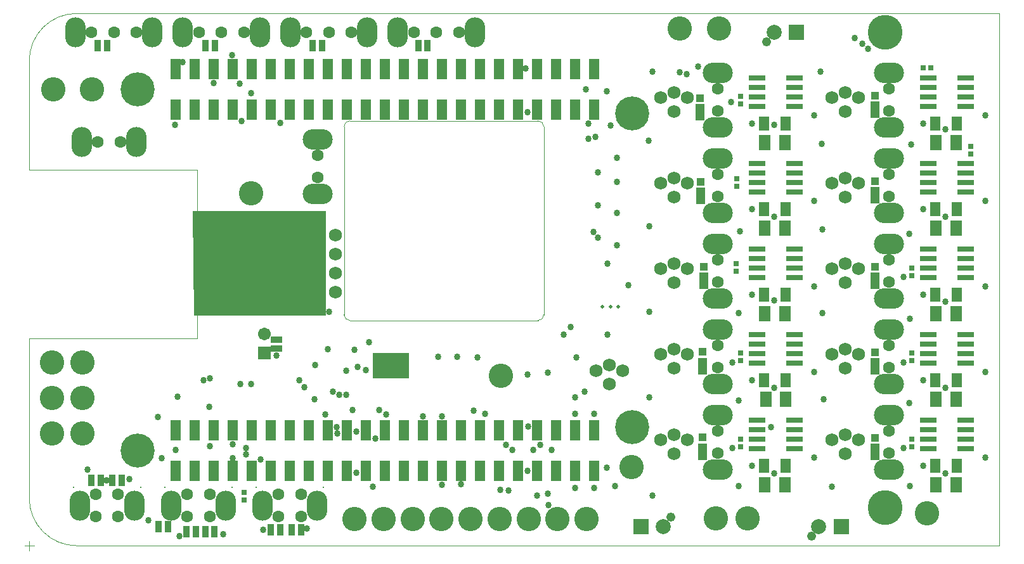
<source format=gbs>
G04 Layer_Color=16711935*
%FSLAX25Y25*%
%MOIN*%
G70*
G01*
G75*
%ADD30C,0.00100*%
%ADD67R,0.03162X0.02768*%
%ADD69R,0.08556X0.03162*%
%ADD72R,0.02768X0.03162*%
%ADD75R,0.05918X0.03359*%
%ADD77R,0.06469X0.07965*%
%ADD79R,0.05288X0.07769*%
%ADD84C,0.06300*%
%ADD85O,0.10800X0.15800*%
%ADD86C,0.00800*%
%ADD87C,0.12800*%
%ADD88C,0.07887*%
%ADD89R,0.07887X0.07887*%
%ADD90O,0.15800X0.10800*%
%ADD91C,0.06800*%
%ADD92R,0.06706X0.06706*%
%ADD93C,0.06706*%
%ADD94C,0.17900*%
%ADD95C,0.01981*%
%ADD96C,0.03400*%
%ADD97C,0.04816*%
%ADD98C,0.18300*%
%ADD99R,0.03359X0.05918*%
%ADD100R,0.05800X0.10800*%
%ADD101R,0.05131X0.08674*%
%ADD102R,0.03950X0.03950*%
G36*
X199500Y88000D02*
X180500D01*
Y101500D01*
X199500D01*
Y88000D01*
D02*
G37*
G36*
X156000Y121000D02*
X86500D01*
X86000Y176000D01*
X156000D01*
Y121000D01*
D02*
G37*
D30*
X165500Y121500D02*
G03*
X168500Y118500I3000J0D01*
G01*
X267500D02*
G03*
X270500Y121500I0J3000D01*
G01*
Y220500D02*
G03*
X267500Y223500I-3000J0D01*
G01*
X0Y25000D02*
G03*
X25000Y0I25000J0D01*
G01*
Y280000D02*
G03*
X0Y255000I0J-25000D01*
G01*
X168500Y223500D02*
G03*
X165500Y220500I0J-3000D01*
G01*
X0Y-2500D02*
Y2500D01*
X-2500Y0D02*
X2500D01*
X25000Y280000D02*
X510000D01*
X0Y25000D02*
Y109100D01*
Y197800D02*
Y255000D01*
Y109100D02*
X88300D01*
X0Y197800D02*
X88300D01*
Y109100D02*
Y197800D01*
X270500Y121500D02*
Y220500D01*
X165500Y121500D02*
Y220500D01*
X168500Y118500D02*
X267500D01*
X168500Y223500D02*
X267500D01*
X510000Y0D02*
Y280000D01*
X25000Y0D02*
X510000D01*
D67*
X473937Y251500D02*
D03*
X470000D02*
D03*
D69*
X402224Y51201D02*
D03*
Y56201D02*
D03*
Y61201D02*
D03*
Y66201D02*
D03*
X382776D02*
D03*
Y61201D02*
D03*
Y56201D02*
D03*
Y51201D02*
D03*
X492224D02*
D03*
Y56201D02*
D03*
Y61201D02*
D03*
Y66201D02*
D03*
X472776D02*
D03*
Y61201D02*
D03*
Y56201D02*
D03*
Y51201D02*
D03*
X402224Y96201D02*
D03*
Y101201D02*
D03*
Y106201D02*
D03*
Y111201D02*
D03*
X382776D02*
D03*
Y106201D02*
D03*
Y101201D02*
D03*
Y96201D02*
D03*
X492224D02*
D03*
Y101201D02*
D03*
Y106201D02*
D03*
Y111201D02*
D03*
X472776D02*
D03*
Y106201D02*
D03*
Y101201D02*
D03*
Y96201D02*
D03*
X402224Y141201D02*
D03*
Y146201D02*
D03*
Y151201D02*
D03*
Y156201D02*
D03*
X382776D02*
D03*
Y151201D02*
D03*
Y146201D02*
D03*
Y141201D02*
D03*
X492224D02*
D03*
Y146201D02*
D03*
Y151201D02*
D03*
Y156201D02*
D03*
X472776D02*
D03*
Y151201D02*
D03*
Y146201D02*
D03*
Y141201D02*
D03*
X402224Y186201D02*
D03*
Y191201D02*
D03*
Y196201D02*
D03*
Y201201D02*
D03*
X382776D02*
D03*
Y196201D02*
D03*
Y191201D02*
D03*
Y186201D02*
D03*
X492224D02*
D03*
Y191201D02*
D03*
Y196201D02*
D03*
Y201201D02*
D03*
X472776D02*
D03*
Y196201D02*
D03*
Y191201D02*
D03*
Y186201D02*
D03*
X402224Y231201D02*
D03*
Y236201D02*
D03*
Y241201D02*
D03*
Y246201D02*
D03*
X382776D02*
D03*
Y241201D02*
D03*
Y236201D02*
D03*
Y231201D02*
D03*
X492224D02*
D03*
Y236201D02*
D03*
Y241201D02*
D03*
Y246201D02*
D03*
X472776D02*
D03*
Y241201D02*
D03*
Y236201D02*
D03*
Y231201D02*
D03*
D72*
X374000Y232531D02*
D03*
Y236469D02*
D03*
X372000Y189032D02*
D03*
Y192968D02*
D03*
X464000Y55968D02*
D03*
Y52031D02*
D03*
X374000Y97531D02*
D03*
Y101469D02*
D03*
X464000Y101469D02*
D03*
Y97531D02*
D03*
X374000Y55937D02*
D03*
Y52000D02*
D03*
X371500Y144532D02*
D03*
Y148468D02*
D03*
X464000Y145968D02*
D03*
Y142032D02*
D03*
X495000Y206031D02*
D03*
Y209968D02*
D03*
X113000Y24032D02*
D03*
Y27968D02*
D03*
D75*
X130000Y108500D02*
D03*
Y103579D02*
D03*
D77*
X397260Y32000D02*
D03*
X386740D02*
D03*
X487260D02*
D03*
X476740D02*
D03*
X397760Y77000D02*
D03*
X387240D02*
D03*
X487260D02*
D03*
X476740D02*
D03*
X397260Y122000D02*
D03*
X386740D02*
D03*
X487260D02*
D03*
X476740D02*
D03*
X397260Y167000D02*
D03*
X386740D02*
D03*
X487260D02*
D03*
X476740D02*
D03*
X397260Y212000D02*
D03*
X386740D02*
D03*
X487260D02*
D03*
X476740D02*
D03*
D79*
X397669Y42201D02*
D03*
X386331D02*
D03*
X487669D02*
D03*
X476331D02*
D03*
X397669Y87201D02*
D03*
X386331D02*
D03*
X487669D02*
D03*
X476331D02*
D03*
X397669Y132201D02*
D03*
X386331D02*
D03*
X487669D02*
D03*
X476331D02*
D03*
X397669Y177201D02*
D03*
X386331D02*
D03*
X487669D02*
D03*
X476331D02*
D03*
X397669Y222201D02*
D03*
X386331D02*
D03*
X487669D02*
D03*
X476331D02*
D03*
D84*
X34950Y27106D02*
D03*
X46750D02*
D03*
Y15294D02*
D03*
X34950D02*
D03*
X452000Y240400D02*
D03*
Y228600D02*
D03*
X131100Y27106D02*
D03*
X142900D02*
D03*
Y15294D02*
D03*
X131100D02*
D03*
X151500Y205400D02*
D03*
Y193600D02*
D03*
X83000Y27106D02*
D03*
X94800D02*
D03*
Y15294D02*
D03*
X83000D02*
D03*
X36100Y212500D02*
D03*
X47900D02*
D03*
X225800Y270000D02*
D03*
X202200D02*
D03*
X214000D02*
D03*
X169300D02*
D03*
X145700D02*
D03*
X157500D02*
D03*
X112800D02*
D03*
X89200D02*
D03*
X101000D02*
D03*
X56300D02*
D03*
X32700D02*
D03*
X44500D02*
D03*
X362000Y240400D02*
D03*
Y228600D02*
D03*
X452000Y195400D02*
D03*
Y183600D02*
D03*
X362000Y195400D02*
D03*
Y183600D02*
D03*
X452000Y150400D02*
D03*
Y138600D02*
D03*
X362000Y150400D02*
D03*
Y138600D02*
D03*
X452000Y105400D02*
D03*
Y93600D02*
D03*
X362000Y105400D02*
D03*
Y93600D02*
D03*
X452000Y60400D02*
D03*
Y48600D02*
D03*
X362000Y60400D02*
D03*
Y48600D02*
D03*
D85*
X55200Y21200D02*
D03*
X26500D02*
D03*
X151350D02*
D03*
X122650D02*
D03*
X103250D02*
D03*
X74550D02*
D03*
X27650Y212500D02*
D03*
X56350D02*
D03*
X193750Y270000D02*
D03*
X234250D02*
D03*
X137250D02*
D03*
X177750D02*
D03*
X80750D02*
D03*
X121250D02*
D03*
X24250D02*
D03*
X64750D02*
D03*
D86*
X23150Y30800D02*
D03*
X58550D02*
D03*
X119300D02*
D03*
X154700D02*
D03*
X71200D02*
D03*
X106600D02*
D03*
D87*
X116500Y185500D02*
D03*
X316500Y41500D02*
D03*
X248000Y89500D02*
D03*
X28000Y96500D02*
D03*
X27800Y77650D02*
D03*
X11800D02*
D03*
X27800Y59000D02*
D03*
X11800D02*
D03*
X362500Y272000D02*
D03*
X342000D02*
D03*
X277750Y14000D02*
D03*
X262500D02*
D03*
X247250D02*
D03*
X293000D02*
D03*
X12000Y96500D02*
D03*
X186250Y14000D02*
D03*
X12500Y240000D02*
D03*
X171000Y14000D02*
D03*
X216750D02*
D03*
X232000D02*
D03*
X201500D02*
D03*
X377500Y14500D02*
D03*
X33000Y240000D02*
D03*
X361000Y14500D02*
D03*
X472000Y17000D02*
D03*
D88*
X415095Y10000D02*
D03*
X391595Y270000D02*
D03*
X333405Y10000D02*
D03*
D89*
X426905D02*
D03*
X403406Y270000D02*
D03*
X321595Y10000D02*
D03*
D90*
X452000Y248850D02*
D03*
Y220150D02*
D03*
X151500Y213850D02*
D03*
Y185150D02*
D03*
X362000Y248850D02*
D03*
Y220150D02*
D03*
X452000Y203850D02*
D03*
Y175150D02*
D03*
X362000Y203850D02*
D03*
Y175150D02*
D03*
X452000Y158850D02*
D03*
Y130150D02*
D03*
X362000Y158850D02*
D03*
Y130150D02*
D03*
X452000Y113850D02*
D03*
Y85150D02*
D03*
X362000Y113850D02*
D03*
Y85150D02*
D03*
X452000Y68850D02*
D03*
Y40150D02*
D03*
X362000Y68850D02*
D03*
Y40150D02*
D03*
D91*
X339000Y228500D02*
D03*
X346071Y235571D02*
D03*
X331929D02*
D03*
X339000Y238500D02*
D03*
X161000Y163500D02*
D03*
Y133500D02*
D03*
Y143500D02*
D03*
Y153500D02*
D03*
X305000Y85000D02*
D03*
X312071Y92071D02*
D03*
X297929D02*
D03*
X305000Y95000D02*
D03*
X429000Y238500D02*
D03*
X421929Y235571D02*
D03*
X436071D02*
D03*
X429000Y228500D02*
D03*
Y193500D02*
D03*
X421929Y190571D02*
D03*
X436071D02*
D03*
X429000Y183500D02*
D03*
X339000D02*
D03*
X346071Y190571D02*
D03*
X331929D02*
D03*
X339000Y193500D02*
D03*
X429000Y148500D02*
D03*
X421929Y145571D02*
D03*
X436071D02*
D03*
X429000Y138500D02*
D03*
X339000D02*
D03*
X346071Y145571D02*
D03*
X331929D02*
D03*
X339000Y148500D02*
D03*
X429000Y103500D02*
D03*
X421929Y100571D02*
D03*
X436071D02*
D03*
X429000Y93500D02*
D03*
Y58500D02*
D03*
X421929Y55571D02*
D03*
X436071D02*
D03*
X429000Y48500D02*
D03*
X339000D02*
D03*
X346071Y55571D02*
D03*
X331929D02*
D03*
X339000Y58500D02*
D03*
Y93500D02*
D03*
X346071Y100571D02*
D03*
X331929D02*
D03*
X339000Y103500D02*
D03*
D92*
X123500Y101500D02*
D03*
D93*
Y111500D02*
D03*
D94*
X316900Y227500D02*
D03*
X56900Y240000D02*
D03*
X316900Y62500D02*
D03*
X56900Y50000D02*
D03*
D95*
X305500Y125811D02*
D03*
X309555D02*
D03*
X301445D02*
D03*
D96*
X114000Y51500D02*
D03*
Y48000D02*
D03*
X121500Y45500D02*
D03*
X107000Y53500D02*
D03*
Y46000D02*
D03*
X79000Y5000D02*
D03*
X102000Y6000D02*
D03*
X146000Y9000D02*
D03*
X123000Y8500D02*
D03*
X62500Y13500D02*
D03*
X52500Y35000D02*
D03*
X30500Y40000D02*
D03*
X40500Y34500D02*
D03*
X296500Y165000D02*
D03*
X463000Y119500D02*
D03*
X462500Y164000D02*
D03*
X345500Y247965D02*
D03*
X342000Y249000D02*
D03*
X305500Y221000D02*
D03*
X303500Y239000D02*
D03*
X292500Y240000D02*
D03*
X463000Y31500D02*
D03*
X463500Y211000D02*
D03*
X462500Y75000D02*
D03*
X373000Y122500D02*
D03*
X373500Y165500D02*
D03*
X247500Y29500D02*
D03*
X142000Y87000D02*
D03*
X157500Y123000D02*
D03*
X239750Y69500D02*
D03*
X162000Y59000D02*
D03*
X262331Y62831D02*
D03*
X391500Y129000D02*
D03*
X481500Y219000D02*
D03*
Y173000D02*
D03*
Y128500D02*
D03*
Y83000D02*
D03*
X390000Y62500D02*
D03*
X159500Y81000D02*
D03*
X215000Y99500D02*
D03*
X391500Y173000D02*
D03*
Y221500D02*
D03*
X67500Y67740D02*
D03*
X78000Y78260D02*
D03*
X130000Y100000D02*
D03*
X94500Y73000D02*
D03*
X161500Y62500D02*
D03*
X170000Y71500D02*
D03*
X150000Y77000D02*
D03*
X274500Y50500D02*
D03*
X273000Y21500D02*
D03*
X180500Y31000D02*
D03*
X69500Y46000D02*
D03*
X327500Y249500D02*
D03*
X416000D02*
D03*
X412500Y226500D02*
D03*
X380000Y222000D02*
D03*
X369500Y96500D02*
D03*
Y51500D02*
D03*
X261000Y251000D02*
D03*
X441000Y261500D02*
D03*
X434000Y267000D02*
D03*
X438000Y264000D02*
D03*
X459500Y141500D02*
D03*
Y96500D02*
D03*
Y51500D02*
D03*
X304000Y111000D02*
D03*
Y148500D02*
D03*
X309000Y191532D02*
D03*
X309000Y158000D02*
D03*
X299000Y179000D02*
D03*
X309000Y175000D02*
D03*
X262000Y39500D02*
D03*
X144500Y83500D02*
D03*
X254000Y50500D02*
D03*
X265000D02*
D03*
X250500Y53000D02*
D03*
X268500D02*
D03*
X182000Y56500D02*
D03*
X116500Y85000D02*
D03*
X111000D02*
D03*
X95000Y88000D02*
D03*
X91500Y87000D02*
D03*
X97000Y243500D02*
D03*
X373000Y31500D02*
D03*
X76500Y221500D02*
D03*
X110500Y243000D02*
D03*
X281000Y111000D02*
D03*
X284500Y115000D02*
D03*
X292000Y81000D02*
D03*
X166500Y92000D02*
D03*
X287500Y99000D02*
D03*
X272500Y91000D02*
D03*
X111500Y223500D02*
D03*
X106500Y258000D02*
D03*
X177000Y92500D02*
D03*
X172500Y94000D02*
D03*
X391500Y38000D02*
D03*
X412500Y46500D02*
D03*
X326000Y78000D02*
D03*
X262000Y228000D02*
D03*
X80500Y254500D02*
D03*
X116500Y238000D02*
D03*
X187500Y69000D02*
D03*
X235500Y99000D02*
D03*
X225000Y99500D02*
D03*
X172000Y60000D02*
D03*
Y38500D02*
D03*
X315000Y137000D02*
D03*
X308000Y31500D02*
D03*
X391500Y83000D02*
D03*
X481500Y38000D02*
D03*
X470000Y222000D02*
D03*
X502500Y226500D02*
D03*
X76900Y50500D02*
D03*
X163000Y79500D02*
D03*
X166500D02*
D03*
X171000Y103000D02*
D03*
X95000Y52500D02*
D03*
X150209Y95169D02*
D03*
X178500Y107000D02*
D03*
X132000Y222500D02*
D03*
X287000Y78000D02*
D03*
X262000Y90000D02*
D03*
X287000Y30500D02*
D03*
X297000D02*
D03*
X286800Y69500D02*
D03*
X296800D02*
D03*
X217000Y32000D02*
D03*
X227000Y32500D02*
D03*
X217000Y68000D02*
D03*
X207000D02*
D03*
X380000Y42000D02*
D03*
X470000D02*
D03*
X502500Y46500D02*
D03*
X380000Y87000D02*
D03*
X412500Y91500D02*
D03*
X470000Y87000D02*
D03*
X502500Y91500D02*
D03*
X380000Y132000D02*
D03*
X412500Y136500D02*
D03*
X470000Y132000D02*
D03*
X502500Y136500D02*
D03*
X380000Y177000D02*
D03*
X470000D02*
D03*
X502500Y181500D02*
D03*
X299000Y162000D02*
D03*
Y196421D02*
D03*
X252000Y29000D02*
D03*
X267000Y26500D02*
D03*
X272500Y27500D02*
D03*
X373000Y76500D02*
D03*
X351500Y252000D02*
D03*
X369000Y233500D02*
D03*
X412500Y181500D02*
D03*
X233500Y71000D02*
D03*
X184000Y71500D02*
D03*
X422000Y31000D02*
D03*
X309000Y204000D02*
D03*
X294000Y222000D02*
D03*
Y214000D02*
D03*
X297500Y215000D02*
D03*
X303500Y41000D02*
D03*
X155500Y69000D02*
D03*
X157000Y103500D02*
D03*
X327500Y26500D02*
D03*
X417500Y77000D02*
D03*
X417000Y122500D02*
D03*
Y166500D02*
D03*
X416500Y211500D02*
D03*
X325500Y213000D02*
D03*
X326000Y168000D02*
D03*
Y123000D02*
D03*
D97*
X411236Y4961D02*
D03*
X387736Y264961D02*
D03*
X337264Y15039D02*
D03*
D98*
X450000Y270000D02*
D03*
Y20000D02*
D03*
D99*
X97421Y7500D02*
D03*
X92500D02*
D03*
X73000Y10000D02*
D03*
X68079D02*
D03*
X138000Y8500D02*
D03*
X142921D02*
D03*
X131921D02*
D03*
X127000D02*
D03*
X87500Y7500D02*
D03*
X82579D02*
D03*
X32579Y34500D02*
D03*
X37500D02*
D03*
X48500D02*
D03*
X43579D02*
D03*
X209421Y263000D02*
D03*
X204500D02*
D03*
X154000D02*
D03*
X149079D02*
D03*
X97500D02*
D03*
X92579D02*
D03*
X41000D02*
D03*
X36079D02*
D03*
D100*
X296900Y250748D02*
D03*
X286900D02*
D03*
X276900D02*
D03*
X266900D02*
D03*
X256900D02*
D03*
X246900D02*
D03*
X236900D02*
D03*
X226900D02*
D03*
X216900D02*
D03*
X206900D02*
D03*
X196900D02*
D03*
X186900D02*
D03*
X176900D02*
D03*
X166900D02*
D03*
X156900D02*
D03*
X146900D02*
D03*
X136900D02*
D03*
X126900D02*
D03*
X116900D02*
D03*
X106900D02*
D03*
X96900D02*
D03*
X86900D02*
D03*
X296900Y229252D02*
D03*
X286900D02*
D03*
X276900D02*
D03*
X266900D02*
D03*
X256900D02*
D03*
X246900D02*
D03*
X236900D02*
D03*
X226900D02*
D03*
X216900D02*
D03*
X206900D02*
D03*
X196900D02*
D03*
X186900D02*
D03*
X176900D02*
D03*
X166900D02*
D03*
X156900D02*
D03*
X146900D02*
D03*
X136900D02*
D03*
X126900D02*
D03*
X116900D02*
D03*
X106900D02*
D03*
X96900D02*
D03*
X86900D02*
D03*
X76900D02*
D03*
Y250748D02*
D03*
X296900Y60748D02*
D03*
X286900D02*
D03*
X276900D02*
D03*
X266900D02*
D03*
X256900D02*
D03*
X246900D02*
D03*
X236900D02*
D03*
X226900D02*
D03*
X216900D02*
D03*
X206900D02*
D03*
X196900D02*
D03*
X186900D02*
D03*
X176900D02*
D03*
X166900D02*
D03*
X156900D02*
D03*
X146900D02*
D03*
X136900D02*
D03*
X126900D02*
D03*
X116900D02*
D03*
X106900D02*
D03*
X96900D02*
D03*
X86900D02*
D03*
X296900Y39252D02*
D03*
X286900D02*
D03*
X276900D02*
D03*
X266900D02*
D03*
X256900D02*
D03*
X246900D02*
D03*
X236900D02*
D03*
X226900D02*
D03*
X216900D02*
D03*
X206900D02*
D03*
X196900D02*
D03*
X186900D02*
D03*
X176900D02*
D03*
X166900D02*
D03*
X156900D02*
D03*
X146900D02*
D03*
X136900D02*
D03*
X126900D02*
D03*
X116900D02*
D03*
X106900D02*
D03*
X96900D02*
D03*
X86900D02*
D03*
X76900D02*
D03*
Y60748D02*
D03*
D101*
X444500Y229299D02*
D03*
X352500Y228000D02*
D03*
X444500Y184299D02*
D03*
X353000Y184000D02*
D03*
X444500Y139299D02*
D03*
X354500D02*
D03*
X444500Y94299D02*
D03*
X354000Y94520D02*
D03*
X444500Y49299D02*
D03*
X354000Y49520D02*
D03*
D102*
X444500Y236779D02*
D03*
X352500Y235480D02*
D03*
X444500Y191779D02*
D03*
X353000Y191480D02*
D03*
X444500Y146780D02*
D03*
X354500D02*
D03*
X444500Y101779D02*
D03*
X354000Y102000D02*
D03*
X444500Y56779D02*
D03*
X354000Y57000D02*
D03*
M02*

</source>
